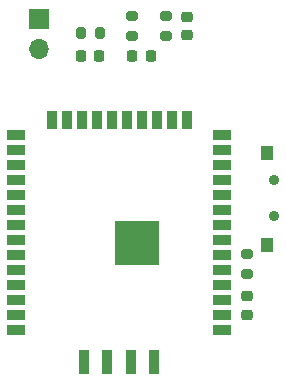
<source format=gts>
%TF.GenerationSoftware,KiCad,Pcbnew,7.0.6*%
%TF.CreationDate,2023-09-26T22:04:44+02:00*%
%TF.ProjectId,torque_controller,746f7271-7565-45f6-936f-6e74726f6c6c,rev?*%
%TF.SameCoordinates,Original*%
%TF.FileFunction,Soldermask,Top*%
%TF.FilePolarity,Negative*%
%FSLAX46Y46*%
G04 Gerber Fmt 4.6, Leading zero omitted, Abs format (unit mm)*
G04 Created by KiCad (PCBNEW 7.0.6) date 2023-09-26 22:04:44*
%MOMM*%
%LPD*%
G01*
G04 APERTURE LIST*
G04 Aperture macros list*
%AMRoundRect*
0 Rectangle with rounded corners*
0 $1 Rounding radius*
0 $2 $3 $4 $5 $6 $7 $8 $9 X,Y pos of 4 corners*
0 Add a 4 corners polygon primitive as box body*
4,1,4,$2,$3,$4,$5,$6,$7,$8,$9,$2,$3,0*
0 Add four circle primitives for the rounded corners*
1,1,$1+$1,$2,$3*
1,1,$1+$1,$4,$5*
1,1,$1+$1,$6,$7*
1,1,$1+$1,$8,$9*
0 Add four rect primitives between the rounded corners*
20,1,$1+$1,$2,$3,$4,$5,0*
20,1,$1+$1,$4,$5,$6,$7,0*
20,1,$1+$1,$6,$7,$8,$9,0*
20,1,$1+$1,$8,$9,$2,$3,0*%
G04 Aperture macros list end*
%ADD10RoundRect,0.200000X0.275000X-0.200000X0.275000X0.200000X-0.275000X0.200000X-0.275000X-0.200000X0*%
%ADD11R,1.000000X1.250000*%
%ADD12RoundRect,0.200000X-0.275000X0.200000X-0.275000X-0.200000X0.275000X-0.200000X0.275000X0.200000X0*%
%ADD13RoundRect,0.225000X0.250000X-0.225000X0.250000X0.225000X-0.250000X0.225000X-0.250000X-0.225000X0*%
%ADD14R,1.500000X0.900000*%
%ADD15R,0.900000X1.500000*%
%ADD16C,0.600000*%
%ADD17R,3.800000X3.800000*%
%ADD18R,0.890000X2.030000*%
%ADD19RoundRect,0.225000X-0.250000X0.225000X-0.250000X-0.225000X0.250000X-0.225000X0.250000X0.225000X0*%
%ADD20R,1.700000X1.700000*%
%ADD21O,1.700000X1.700000*%
%ADD22RoundRect,0.200000X-0.200000X-0.275000X0.200000X-0.275000X0.200000X0.275000X-0.200000X0.275000X0*%
%ADD23RoundRect,0.218750X0.218750X0.256250X-0.218750X0.256250X-0.218750X-0.256250X0.218750X-0.256250X0*%
%ADD24C,0.900000*%
G04 APERTURE END LIST*
D10*
%TO.C,R3*%
X3940500Y12475000D03*
X3940500Y14125000D03*
%TD*%
%TO.C,R1*%
X1102500Y14095000D03*
X1102500Y12445000D03*
%TD*%
D11*
%TO.C,SWRST1*%
X12540000Y-5245000D03*
X12540000Y2505000D03*
%TD*%
D12*
%TO.C,RRST1*%
X10830000Y-6045000D03*
X10830000Y-7695000D03*
%TD*%
D13*
%TO.C,C1*%
X5770000Y14065000D03*
X5770000Y12515000D03*
%TD*%
D14*
%TO.C,ESP32*%
X8750000Y-12410000D03*
X8750000Y-11140000D03*
X8750000Y-9870000D03*
X8750000Y-8600000D03*
X8750000Y-7330000D03*
X8750000Y-6060000D03*
X8750000Y-4790000D03*
X8750000Y-3520000D03*
X8750000Y-2250000D03*
X8750000Y-980000D03*
X8750000Y290000D03*
X8750000Y1560000D03*
X8750000Y2830000D03*
X8750000Y4100000D03*
D15*
X5715000Y5350000D03*
X4445000Y5350000D03*
X3175000Y5350000D03*
X1905000Y5350000D03*
X635000Y5350000D03*
X-635000Y5350000D03*
X-1905000Y5350000D03*
X-3175000Y5350000D03*
X-4445000Y5350000D03*
X-5715000Y5350000D03*
D14*
X-8750000Y4100000D03*
X-8750000Y2830000D03*
X-8750000Y1560000D03*
X-8750000Y290000D03*
X-8750000Y-980000D03*
X-8750000Y-2250000D03*
X-8750000Y-3520000D03*
X-8750000Y-4790000D03*
X-8750000Y-6060000D03*
X-8750000Y-7330000D03*
X-8750000Y-8600000D03*
X-8750000Y-9870000D03*
X-8750000Y-11140000D03*
X-8750000Y-12410000D03*
D16*
X2900000Y-5770000D03*
X2900000Y-4370000D03*
X2200000Y-6470000D03*
X2200000Y-5070000D03*
X2200000Y-3670000D03*
X1500000Y-5770000D03*
D17*
X1500000Y-5070000D03*
D16*
X1500000Y-4370000D03*
X800000Y-6470000D03*
X800000Y-5070000D03*
X800000Y-3670000D03*
X100000Y-5770000D03*
X100000Y-4370000D03*
%TD*%
D18*
%TO.C,J1*%
X3000000Y-15150000D03*
X1000000Y-15150000D03*
X-1000000Y-15150000D03*
X-3000000Y-15150000D03*
%TD*%
D19*
%TO.C,CESP32*%
X10830000Y-9590000D03*
X10830000Y-11140000D03*
%TD*%
D20*
%TO.C,J3*%
X-6750000Y13875000D03*
D21*
X-6750000Y11335000D03*
%TD*%
D22*
%TO.C,R2*%
X-3234997Y12660006D03*
X-1584997Y12660006D03*
%TD*%
D23*
%TO.C,D2*%
X-1662500Y10750000D03*
X-3237500Y10750000D03*
%TD*%
%TO.C,D1*%
X2677500Y10750000D03*
X1102500Y10750000D03*
%TD*%
D24*
%TO.C,SW1*%
X13145000Y-2790000D03*
X13145000Y210000D03*
%TD*%
M02*

</source>
